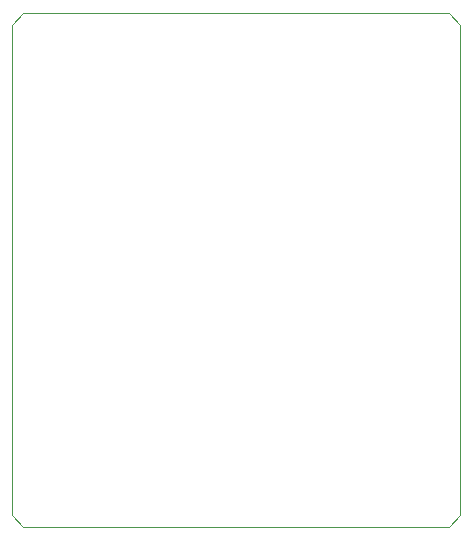
<source format=gbr>
%TF.GenerationSoftware,KiCad,Pcbnew,7.0.8*%
%TF.CreationDate,2024-01-22T00:16:33-08:00*%
%TF.ProjectId,PWMGen R1,50574d47-656e-4205-9231-2e6b69636164,rev?*%
%TF.SameCoordinates,Original*%
%TF.FileFunction,Profile,NP*%
%FSLAX46Y46*%
G04 Gerber Fmt 4.6, Leading zero omitted, Abs format (unit mm)*
G04 Created by KiCad (PCBNEW 7.0.8) date 2024-01-22 00:16:33*
%MOMM*%
%LPD*%
G01*
G04 APERTURE LIST*
%TA.AperFunction,Profile*%
%ADD10C,0.050000*%
%TD*%
G04 APERTURE END LIST*
D10*
X-97801100Y125053600D02*
X-98801100Y124053600D01*
X-97801100Y166553600D02*
X-97801100Y125053600D01*
X-98801100Y124053600D02*
X-134801100Y124053600D01*
X-135801100Y125053600D02*
X-134801100Y124053600D01*
X-134801100Y167553600D02*
X-135801100Y166553600D01*
X-135801100Y125053600D02*
X-135801100Y166553600D01*
X-134801100Y167553600D02*
X-98801100Y167553600D01*
X-98801100Y167553600D02*
X-97801100Y166553600D01*
M02*

</source>
